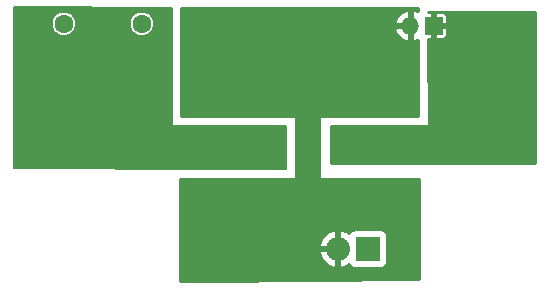
<source format=gbr>
G04 #@! TF.FileFunction,Copper,L2,Bot,Signal*
%FSLAX46Y46*%
G04 Gerber Fmt 4.6, Leading zero omitted, Abs format (unit mm)*
G04 Created by KiCad (PCBNEW 0.201503210816+5526~22~ubuntu14.10.1-product) date Sun 22 Mar 2015 03:55:30 PM EDT*
%MOMM*%
G01*
G04 APERTURE LIST*
%ADD10C,0.100000*%
%ADD11R,2.032000X2.032000*%
%ADD12O,2.032000X2.032000*%
%ADD13C,1.600000*%
%ADD14R,1.500000X1.500000*%
%ADD15O,1.500000X1.500000*%
%ADD16C,0.685800*%
%ADD17C,0.152400*%
%ADD18C,0.254000*%
G04 APERTURE END LIST*
D10*
D11*
X175006000Y-117703600D03*
D12*
X172466000Y-117703600D03*
D13*
X155868760Y-98643440D03*
X149268760Y-98643440D03*
D14*
X180594000Y-98806000D03*
D15*
X178594000Y-98806000D03*
D16*
X175895000Y-113030000D03*
X177165000Y-114935000D03*
X177165000Y-116840000D03*
X176530000Y-120015000D03*
X173355000Y-120015000D03*
X169545000Y-120015000D03*
X166370000Y-120015000D03*
X163195000Y-120015000D03*
X160020000Y-120015000D03*
X161290000Y-118110000D03*
X164465000Y-118110000D03*
X167640000Y-118110000D03*
X170180000Y-118110000D03*
X168910000Y-116205000D03*
X165735000Y-116205000D03*
X162560000Y-116205000D03*
X160020000Y-116205000D03*
X165100000Y-114300000D03*
X167640000Y-114300000D03*
X170180000Y-114300000D03*
X170180000Y-112395000D03*
X170180000Y-110490000D03*
X170180000Y-108585000D03*
X170180000Y-106680000D03*
X160655000Y-101600000D03*
X160655000Y-103505000D03*
X175895000Y-97790000D03*
X175895000Y-99695000D03*
X175895000Y-101600000D03*
X175895000Y-103505000D03*
X175895000Y-105410000D03*
X173355000Y-105410000D03*
X173355000Y-103505000D03*
X173355000Y-101600000D03*
X173355000Y-99695000D03*
X173355000Y-97790000D03*
X170815000Y-97790000D03*
X170815000Y-99695000D03*
X170815000Y-101600000D03*
X170815000Y-103505000D03*
X170815000Y-105410000D03*
X168275000Y-105410000D03*
X168275000Y-103505000D03*
X168275000Y-101600000D03*
X168275000Y-99695000D03*
X168275000Y-97790000D03*
X165735000Y-97790000D03*
X165735000Y-99695000D03*
X165735000Y-101600000D03*
X165735000Y-103505000D03*
X165735000Y-105410000D03*
X163195000Y-105410000D03*
X163195000Y-103505000D03*
X163195000Y-101600000D03*
X163195000Y-99695000D03*
X163195000Y-97790000D03*
X160655000Y-97790000D03*
X160655000Y-99695000D03*
X178567080Y-112593120D03*
X178435000Y-102870000D03*
X178435000Y-100965000D03*
X155575000Y-103505000D03*
X157480000Y-103505000D03*
X147955000Y-108585000D03*
X149860000Y-108585000D03*
X152400000Y-108585000D03*
X154305000Y-108585000D03*
X146050000Y-104140000D03*
X146050000Y-106045000D03*
X146050000Y-107950000D03*
X146050000Y-109855000D03*
X148590000Y-109855000D03*
X151130000Y-109855000D03*
X153670000Y-109855000D03*
X156845000Y-109855000D03*
X159385000Y-109855000D03*
X161925000Y-109855000D03*
X164465000Y-109855000D03*
X167005000Y-107950000D03*
X164465000Y-107950000D03*
X161925000Y-107950000D03*
X159385000Y-107950000D03*
X156845000Y-107950000D03*
X187960000Y-109855000D03*
X186690000Y-102235000D03*
X187960000Y-104140000D03*
X185420000Y-104140000D03*
X183515000Y-104140000D03*
X184150000Y-106045000D03*
X186690000Y-106045000D03*
X188595000Y-106045000D03*
X188595000Y-107950000D03*
X186055000Y-107950000D03*
X183515000Y-107950000D03*
X180975000Y-107950000D03*
X178435000Y-107950000D03*
X175895000Y-107950000D03*
X173355000Y-107950000D03*
X174625000Y-109220000D03*
X177165000Y-109220000D03*
X180340000Y-109220000D03*
X182245000Y-109855000D03*
X184785000Y-109855000D03*
X181610000Y-102235000D03*
X183515000Y-98425000D03*
X185420000Y-98425000D03*
X187960000Y-98425000D03*
X187960000Y-100330000D03*
X185420000Y-100330000D03*
X183515000Y-100330000D03*
X184150000Y-102235000D03*
D17*
X175895000Y-113665000D02*
X175895000Y-113030000D01*
X177165000Y-114935000D02*
X175895000Y-113665000D01*
X177165000Y-119380000D02*
X177165000Y-116840000D01*
X176530000Y-120015000D02*
X177165000Y-119380000D01*
X169545000Y-120015000D02*
X173355000Y-120015000D01*
X163195000Y-120015000D02*
X166370000Y-120015000D01*
X160020000Y-119380000D02*
X160020000Y-120015000D01*
X161290000Y-118110000D02*
X160020000Y-119380000D01*
X167640000Y-118110000D02*
X164465000Y-118110000D01*
X170180000Y-117475000D02*
X170180000Y-118110000D01*
X168910000Y-116205000D02*
X170180000Y-117475000D01*
X162560000Y-116205000D02*
X165735000Y-116205000D01*
X160655000Y-115570000D02*
X160020000Y-116205000D01*
X161925000Y-115570000D02*
X160655000Y-115570000D01*
X163195000Y-114300000D02*
X161925000Y-115570000D01*
X165100000Y-114300000D02*
X163195000Y-114300000D01*
X170180000Y-114300000D02*
X167640000Y-114300000D01*
X170180000Y-110490000D02*
X170180000Y-112395000D01*
X170180000Y-106680000D02*
X170180000Y-108585000D01*
X160655000Y-103505000D02*
X160655000Y-101600000D01*
X175895000Y-99695000D02*
X175895000Y-97790000D01*
X175895000Y-103505000D02*
X175895000Y-101600000D01*
X173355000Y-105410000D02*
X175895000Y-105410000D01*
X173355000Y-101600000D02*
X173355000Y-103505000D01*
X173355000Y-97790000D02*
X173355000Y-99695000D01*
X170815000Y-99695000D02*
X170815000Y-97790000D01*
X170815000Y-103505000D02*
X170815000Y-101600000D01*
X168275000Y-105410000D02*
X170815000Y-105410000D01*
X168275000Y-101600000D02*
X168275000Y-103505000D01*
X168275000Y-97790000D02*
X168275000Y-99695000D01*
X165735000Y-99695000D02*
X165735000Y-97790000D01*
X165735000Y-103505000D02*
X165735000Y-101600000D01*
X163195000Y-105410000D02*
X165735000Y-105410000D01*
X163195000Y-101600000D02*
X163195000Y-103505000D01*
X163195000Y-97790000D02*
X163195000Y-99695000D01*
X160655000Y-99695000D02*
X160655000Y-97790000D01*
X178435000Y-100965000D02*
X178435000Y-102870000D01*
X157480000Y-103505000D02*
X155575000Y-103505000D01*
X149860000Y-108585000D02*
X147955000Y-108585000D01*
X154305000Y-108585000D02*
X152400000Y-108585000D01*
X146050000Y-106045000D02*
X146050000Y-104140000D01*
X146050000Y-109855000D02*
X146050000Y-107950000D01*
X151130000Y-109855000D02*
X148590000Y-109855000D01*
X156845000Y-109855000D02*
X153670000Y-109855000D01*
X161925000Y-109855000D02*
X159385000Y-109855000D01*
X165100000Y-109855000D02*
X164465000Y-109855000D01*
X167005000Y-107950000D02*
X165100000Y-109855000D01*
X161925000Y-107950000D02*
X164465000Y-107950000D01*
X156845000Y-107950000D02*
X159385000Y-107950000D01*
X186690000Y-102235000D02*
X187960000Y-103505000D01*
X187960000Y-103505000D02*
X187960000Y-104140000D01*
X185420000Y-104140000D02*
X183515000Y-104140000D01*
X184150000Y-106045000D02*
X186690000Y-106045000D01*
X188595000Y-106045000D02*
X188595000Y-107950000D01*
X186055000Y-107950000D02*
X183515000Y-107950000D01*
X180975000Y-107950000D02*
X178435000Y-107950000D01*
X175895000Y-107950000D02*
X173355000Y-107950000D01*
X174625000Y-109220000D02*
X177165000Y-109220000D01*
X180340000Y-109220000D02*
X180975000Y-109855000D01*
X180975000Y-109855000D02*
X182245000Y-109855000D01*
X187960000Y-109855000D02*
X184785000Y-109855000D01*
X183515000Y-98425000D02*
X185420000Y-98425000D01*
X187960000Y-98425000D02*
X187960000Y-100330000D01*
X185420000Y-100330000D02*
X183515000Y-100330000D01*
X181610000Y-102235000D02*
X184150000Y-102235000D01*
G36*
X168071800Y-110921717D02*
X156897538Y-110909479D01*
X156897538Y-98439737D01*
X156741273Y-98061546D01*
X156452176Y-97771944D01*
X156074259Y-97615019D01*
X155665057Y-97614662D01*
X155286866Y-97770927D01*
X154997264Y-98060024D01*
X154840339Y-98437941D01*
X154839982Y-98847143D01*
X154996247Y-99225334D01*
X155285344Y-99514936D01*
X155663261Y-99671861D01*
X156072463Y-99672218D01*
X156450654Y-99515953D01*
X156740256Y-99226856D01*
X156897181Y-98848939D01*
X156897538Y-98439737D01*
X156897538Y-110909479D01*
X150297538Y-110902252D01*
X150297538Y-98439737D01*
X150141273Y-98061546D01*
X149852176Y-97771944D01*
X149474259Y-97615019D01*
X149065057Y-97614662D01*
X148686866Y-97770927D01*
X148397264Y-98060024D01*
X148240339Y-98437941D01*
X148239982Y-98847143D01*
X148396247Y-99225334D01*
X148685344Y-99514936D01*
X149063261Y-99671861D01*
X149472463Y-99672218D01*
X149850654Y-99515953D01*
X150140256Y-99226856D01*
X150297181Y-98848939D01*
X150297538Y-98439737D01*
X150297538Y-110902252D01*
X145058600Y-110896515D01*
X145058600Y-97256798D01*
X158420186Y-97281858D01*
X158470987Y-107264200D01*
X168071800Y-107264200D01*
X168071800Y-110921717D01*
X168071800Y-110921717D01*
G37*
X168071800Y-110921717D02*
X156897538Y-110909479D01*
X156897538Y-98439737D01*
X156741273Y-98061546D01*
X156452176Y-97771944D01*
X156074259Y-97615019D01*
X155665057Y-97614662D01*
X155286866Y-97770927D01*
X154997264Y-98060024D01*
X154840339Y-98437941D01*
X154839982Y-98847143D01*
X154996247Y-99225334D01*
X155285344Y-99514936D01*
X155663261Y-99671861D01*
X156072463Y-99672218D01*
X156450654Y-99515953D01*
X156740256Y-99226856D01*
X156897181Y-98848939D01*
X156897538Y-98439737D01*
X156897538Y-110909479D01*
X150297538Y-110902252D01*
X150297538Y-98439737D01*
X150141273Y-98061546D01*
X149852176Y-97771944D01*
X149474259Y-97615019D01*
X149065057Y-97614662D01*
X148686866Y-97770927D01*
X148397264Y-98060024D01*
X148240339Y-98437941D01*
X148239982Y-98847143D01*
X148396247Y-99225334D01*
X148685344Y-99514936D01*
X149063261Y-99671861D01*
X149472463Y-99672218D01*
X149850654Y-99515953D01*
X150140256Y-99226856D01*
X150297181Y-98848939D01*
X150297538Y-98439737D01*
X150297538Y-110902252D01*
X145058600Y-110896515D01*
X145058600Y-97256798D01*
X158420186Y-97281858D01*
X158470987Y-107264200D01*
X168071800Y-107264200D01*
X168071800Y-110921717D01*
D18*
G36*
X179324000Y-120269786D02*
X176669440Y-120286274D01*
X176669440Y-118719600D01*
X176669440Y-116687600D01*
X176622463Y-116445477D01*
X176482673Y-116232673D01*
X176271640Y-116090223D01*
X176022000Y-116040160D01*
X173990000Y-116040160D01*
X173747877Y-116087137D01*
X173535073Y-116226927D01*
X173427262Y-116386643D01*
X173330818Y-116297215D01*
X172848944Y-116097625D01*
X172593000Y-116216764D01*
X172593000Y-117576600D01*
X172613000Y-117576600D01*
X172613000Y-117830600D01*
X172593000Y-117830600D01*
X172593000Y-119190436D01*
X172848944Y-119309575D01*
X173330818Y-119109985D01*
X173427835Y-119020025D01*
X173529327Y-119174527D01*
X173740360Y-119316977D01*
X173990000Y-119367040D01*
X176022000Y-119367040D01*
X176264123Y-119320063D01*
X176476927Y-119180273D01*
X176619377Y-118969240D01*
X176669440Y-118719600D01*
X176669440Y-120286274D01*
X172339000Y-120313171D01*
X172339000Y-119190436D01*
X172339000Y-117830600D01*
X172339000Y-117576600D01*
X172339000Y-116216764D01*
X172083056Y-116097625D01*
X171601182Y-116297215D01*
X171128812Y-116735221D01*
X170860017Y-117320654D01*
X170978633Y-117576600D01*
X172339000Y-117576600D01*
X172339000Y-117830600D01*
X170978633Y-117830600D01*
X170860017Y-118086546D01*
X171128812Y-118671979D01*
X171601182Y-119109985D01*
X172083056Y-119309575D01*
X172339000Y-119190436D01*
X172339000Y-120313171D01*
X159131000Y-120395209D01*
X159131000Y-111760000D01*
X168973500Y-111760000D01*
X168973500Y-106426000D01*
X159194500Y-106426000D01*
X159194500Y-99822000D01*
X159194500Y-99568000D01*
X159194500Y-97345500D01*
X179260500Y-97345500D01*
X179260500Y-97598422D01*
X178935185Y-97463682D01*
X178721000Y-97586344D01*
X178721000Y-98679000D01*
X178741000Y-98679000D01*
X178741000Y-98933000D01*
X178721000Y-98933000D01*
X178721000Y-100025656D01*
X178935185Y-100148318D01*
X179260500Y-100013577D01*
X179260500Y-106426000D01*
X178467000Y-106426000D01*
X178467000Y-100025656D01*
X178467000Y-98933000D01*
X178467000Y-98679000D01*
X178467000Y-97586344D01*
X178252815Y-97463682D01*
X177886086Y-97615575D01*
X177484417Y-97977098D01*
X177251672Y-98464813D01*
X177373575Y-98679000D01*
X178467000Y-98679000D01*
X178467000Y-98933000D01*
X177373575Y-98933000D01*
X177251672Y-99147187D01*
X177484417Y-99634902D01*
X177886086Y-99996425D01*
X178252815Y-100148318D01*
X178467000Y-100025656D01*
X178467000Y-106426000D01*
X170878500Y-106426000D01*
X170878500Y-111760000D01*
X179324000Y-111760000D01*
X179324000Y-120269786D01*
X179324000Y-120269786D01*
G37*
X179324000Y-120269786D02*
X176669440Y-120286274D01*
X176669440Y-118719600D01*
X176669440Y-116687600D01*
X176622463Y-116445477D01*
X176482673Y-116232673D01*
X176271640Y-116090223D01*
X176022000Y-116040160D01*
X173990000Y-116040160D01*
X173747877Y-116087137D01*
X173535073Y-116226927D01*
X173427262Y-116386643D01*
X173330818Y-116297215D01*
X172848944Y-116097625D01*
X172593000Y-116216764D01*
X172593000Y-117576600D01*
X172613000Y-117576600D01*
X172613000Y-117830600D01*
X172593000Y-117830600D01*
X172593000Y-119190436D01*
X172848944Y-119309575D01*
X173330818Y-119109985D01*
X173427835Y-119020025D01*
X173529327Y-119174527D01*
X173740360Y-119316977D01*
X173990000Y-119367040D01*
X176022000Y-119367040D01*
X176264123Y-119320063D01*
X176476927Y-119180273D01*
X176619377Y-118969240D01*
X176669440Y-118719600D01*
X176669440Y-120286274D01*
X172339000Y-120313171D01*
X172339000Y-119190436D01*
X172339000Y-117830600D01*
X172339000Y-117576600D01*
X172339000Y-116216764D01*
X172083056Y-116097625D01*
X171601182Y-116297215D01*
X171128812Y-116735221D01*
X170860017Y-117320654D01*
X170978633Y-117576600D01*
X172339000Y-117576600D01*
X172339000Y-117830600D01*
X170978633Y-117830600D01*
X170860017Y-118086546D01*
X171128812Y-118671979D01*
X171601182Y-119109985D01*
X172083056Y-119309575D01*
X172339000Y-119190436D01*
X172339000Y-120313171D01*
X159131000Y-120395209D01*
X159131000Y-111760000D01*
X168973500Y-111760000D01*
X168973500Y-106426000D01*
X159194500Y-106426000D01*
X159194500Y-99822000D01*
X159194500Y-99568000D01*
X159194500Y-97345500D01*
X179260500Y-97345500D01*
X179260500Y-97598422D01*
X178935185Y-97463682D01*
X178721000Y-97586344D01*
X178721000Y-98679000D01*
X178741000Y-98679000D01*
X178741000Y-98933000D01*
X178721000Y-98933000D01*
X178721000Y-100025656D01*
X178935185Y-100148318D01*
X179260500Y-100013577D01*
X179260500Y-106426000D01*
X178467000Y-106426000D01*
X178467000Y-100025656D01*
X178467000Y-98933000D01*
X178467000Y-98679000D01*
X178467000Y-97586344D01*
X178252815Y-97463682D01*
X177886086Y-97615575D01*
X177484417Y-97977098D01*
X177251672Y-98464813D01*
X177373575Y-98679000D01*
X178467000Y-98679000D01*
X178467000Y-98933000D01*
X177373575Y-98933000D01*
X177251672Y-99147187D01*
X177484417Y-99634902D01*
X177886086Y-99996425D01*
X178252815Y-100148318D01*
X178467000Y-100025656D01*
X178467000Y-106426000D01*
X170878500Y-106426000D01*
X170878500Y-111760000D01*
X179324000Y-111760000D01*
X179324000Y-120269786D01*
G36*
X189204600Y-110464600D02*
X181725000Y-110464600D01*
X181725000Y-99631786D01*
X181725000Y-99028250D01*
X181725000Y-98583750D01*
X181725000Y-97980214D01*
X181666996Y-97840180D01*
X181559819Y-97733004D01*
X181419785Y-97675000D01*
X181268214Y-97675000D01*
X180816250Y-97675000D01*
X180721000Y-97770250D01*
X180721000Y-98679000D01*
X181629750Y-98679000D01*
X181725000Y-98583750D01*
X181725000Y-99028250D01*
X181629750Y-98933000D01*
X180721000Y-98933000D01*
X180721000Y-99841750D01*
X180816250Y-99937000D01*
X181268214Y-99937000D01*
X181419785Y-99937000D01*
X181559819Y-99878996D01*
X181666996Y-99771820D01*
X181725000Y-99631786D01*
X181725000Y-110464600D01*
X171881800Y-110464600D01*
X171881800Y-107264200D01*
X180162870Y-107264200D01*
X180124305Y-99937000D01*
X180371750Y-99937000D01*
X180467000Y-99841750D01*
X180467000Y-98933000D01*
X180447000Y-98933000D01*
X180447000Y-98679000D01*
X180467000Y-98679000D01*
X180467000Y-97770250D01*
X180371750Y-97675000D01*
X180112400Y-97675000D01*
X180112070Y-97612200D01*
X189204600Y-97612200D01*
X189204600Y-110464600D01*
X189204600Y-110464600D01*
G37*
X189204600Y-110464600D02*
X181725000Y-110464600D01*
X181725000Y-99631786D01*
X181725000Y-99028250D01*
X181725000Y-98583750D01*
X181725000Y-97980214D01*
X181666996Y-97840180D01*
X181559819Y-97733004D01*
X181419785Y-97675000D01*
X181268214Y-97675000D01*
X180816250Y-97675000D01*
X180721000Y-97770250D01*
X180721000Y-98679000D01*
X181629750Y-98679000D01*
X181725000Y-98583750D01*
X181725000Y-99028250D01*
X181629750Y-98933000D01*
X180721000Y-98933000D01*
X180721000Y-99841750D01*
X180816250Y-99937000D01*
X181268214Y-99937000D01*
X181419785Y-99937000D01*
X181559819Y-99878996D01*
X181666996Y-99771820D01*
X181725000Y-99631786D01*
X181725000Y-110464600D01*
X171881800Y-110464600D01*
X171881800Y-107264200D01*
X180162870Y-107264200D01*
X180124305Y-99937000D01*
X180371750Y-99937000D01*
X180467000Y-99841750D01*
X180467000Y-98933000D01*
X180447000Y-98933000D01*
X180447000Y-98679000D01*
X180467000Y-98679000D01*
X180467000Y-97770250D01*
X180371750Y-97675000D01*
X180112400Y-97675000D01*
X180112070Y-97612200D01*
X189204600Y-97612200D01*
X189204600Y-110464600D01*
M02*

</source>
